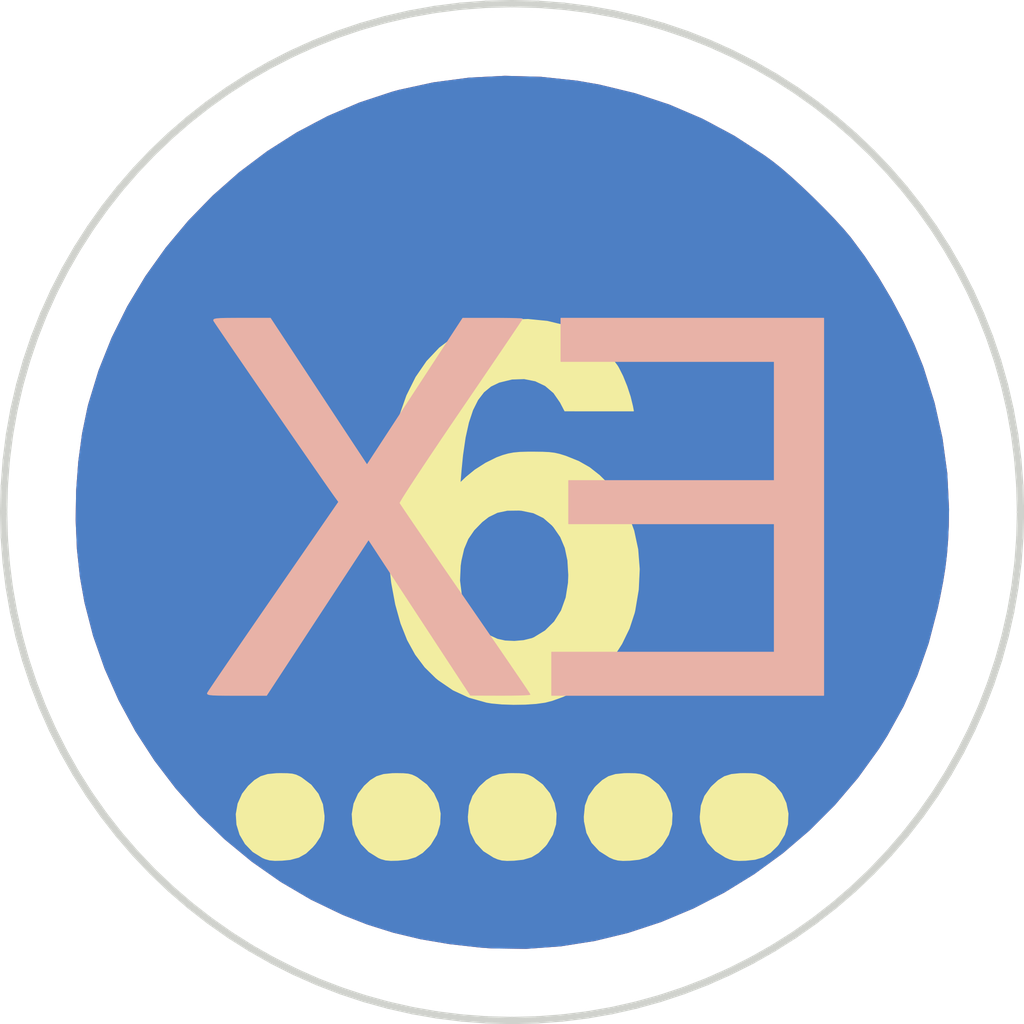
<source format=kicad_pcb>
(kicad_pcb (version 20171130) (host pcbnew 5.1.5+dfsg1-2build2)

  (general
    (thickness 1.6)
    (drawings 130)
    (tracks 0)
    (zones 0)
    (modules 4)
    (nets 1)
  )

  (page A4)
  (layers
    (0 F.Cu signal)
    (31 B.Cu signal)
    (32 B.Adhes user)
    (33 F.Adhes user)
    (34 B.Paste user)
    (35 F.Paste user)
    (36 B.SilkS user)
    (37 F.SilkS user)
    (38 B.Mask user)
    (39 F.Mask user)
    (40 Dwgs.User user)
    (41 Cmts.User user)
    (42 Eco1.User user)
    (43 Eco2.User user)
    (44 Edge.Cuts user)
    (45 Margin user)
    (46 B.CrtYd user)
    (47 F.CrtYd user)
    (48 B.Fab user)
    (49 F.Fab user)
  )

  (setup
    (last_trace_width 0.25)
    (trace_clearance 0.2)
    (zone_clearance 0.508)
    (zone_45_only no)
    (trace_min 0.2)
    (via_size 0.6)
    (via_drill 0.4)
    (via_min_size 0.4)
    (via_min_drill 0.3)
    (uvia_size 0.3)
    (uvia_drill 0.1)
    (uvias_allowed no)
    (uvia_min_size 0.2)
    (uvia_min_drill 0.1)
    (edge_width 0.15)
    (segment_width 0.2)
    (pcb_text_width 0.3)
    (pcb_text_size 1.5 1.5)
    (mod_edge_width 0.15)
    (mod_text_size 1 1)
    (mod_text_width 0.15)
    (pad_size 1.524 1.524)
    (pad_drill 0.762)
    (pad_to_mask_clearance 0.2)
    (aux_axis_origin 0 0)
    (visible_elements FFFFFF7F)
    (pcbplotparams
      (layerselection 0x010f0_ffffffff)
      (usegerberextensions false)
      (usegerberattributes false)
      (usegerberadvancedattributes false)
      (creategerberjobfile false)
      (excludeedgelayer true)
      (linewidth 0.100000)
      (plotframeref false)
      (viasonmask false)
      (mode 1)
      (useauxorigin false)
      (hpglpennumber 1)
      (hpglpenspeed 20)
      (hpglpendiameter 15.000000)
      (psnegative false)
      (psa4output false)
      (plotreference true)
      (plotvalue true)
      (plotinvisibletext false)
      (padsonsilk false)
      (subtractmaskfromsilk false)
      (outputformat 1)
      (mirror false)
      (drillshape 0)
      (scaleselection 1)
      (outputdirectory "gerbers/"))
  )

  (net 0 "")

  (net_class Default "This is the default net class."
    (clearance 0.2)
    (trace_width 0.25)
    (via_dia 0.6)
    (via_drill 0.4)
    (uvia_dia 0.3)
    (uvia_drill 0.1)
  )

  (module LOGO (layer F.Cu) (tedit 0) (tstamp 0)
    (at 0 0)
    (fp_text reference G*** (at 0 0) (layer F.SilkS) hide
      (effects (font (size 1.524 1.524) (thickness 0.3)))
    )
    (fp_text value LOGO (at 0.75 0) (layer F.SilkS) hide
      (effects (font (size 1.524 1.524) (thickness 0.3)))
    )
    (fp_poly (pts (xy -0.653666 -7.004494) (xy -0.162131 -6.951857) (xy 0.140773 -6.899218) (xy 0.632356 -6.7803)
      (xy 1.103543 -6.624376) (xy 1.555081 -6.431115) (xy 1.987714 -6.200188) (xy 2.402189 -5.931265)
      (xy 2.517121 -5.847596) (xy 2.632039 -5.756094) (xy 2.766843 -5.639358) (xy 2.91418 -5.504559)
      (xy 3.066697 -5.35887) (xy 3.217042 -5.209461) (xy 3.357863 -5.063506) (xy 3.481806 -4.928175)
      (xy 3.581519 -4.810642) (xy 3.586157 -4.804833) (xy 3.775778 -4.549418) (xy 3.963274 -4.26484)
      (xy 4.142561 -3.96199) (xy 4.307555 -3.65176) (xy 4.45217 -3.345041) (xy 4.570323 -3.052724)
      (xy 4.580125 -3.025609) (xy 4.730615 -2.544491) (xy 4.838822 -2.061537) (xy 4.904741 -1.576771)
      (xy 4.928369 -1.090217) (xy 4.924731 -0.85725) (xy 4.914848 -0.654055) (xy 4.89975 -0.467549)
      (xy 4.8778 -0.285602) (xy 4.847362 -0.096088) (xy 4.806797 0.113122) (xy 4.771477 0.277882)
      (xy 4.649815 0.744356) (xy 4.495622 1.186067) (xy 4.307054 1.607414) (xy 4.082268 2.012792)
      (xy 3.971125 2.187669) (xy 3.683055 2.587251) (xy 3.365904 2.959808) (xy 3.022156 3.3041)
      (xy 2.654298 3.618885) (xy 2.264815 3.902924) (xy 1.856194 4.154977) (xy 1.43092 4.373801)
      (xy 0.991479 4.558158) (xy 0.540358 4.706807) (xy 0.080041 4.818506) (xy -0.386985 4.892017)
      (xy -0.858235 4.926097) (xy -1.331223 4.919508) (xy -1.481666 4.908682) (xy -1.907703 4.861149)
      (xy -2.303099 4.79385) (xy -2.675558 4.704961) (xy -3.032785 4.592656) (xy -3.364929 4.462672)
      (xy -3.800305 4.253803) (xy -4.216549 4.009815) (xy -4.611722 3.733205) (xy -4.983884 3.426467)
      (xy -5.331093 3.092095) (xy -5.65141 2.732584) (xy -5.942893 2.350428) (xy -6.203602 1.948123)
      (xy -6.431597 1.528164) (xy -6.624937 1.093044) (xy -6.781682 0.645258) (xy -6.899891 0.187301)
      (xy -6.962158 -0.161807) (xy -7.003273 -0.542992) (xy -7.020364 -0.940226) (xy -7.013929 -1.343269)
      (xy -6.984464 -1.741884) (xy -6.932467 -2.12583) (xy -6.858435 -2.48487) (xy -6.847158 -2.529416)
      (xy -6.706761 -2.989062) (xy -6.52836 -3.435037) (xy -6.314157 -3.865115) (xy -6.066356 -4.277068)
      (xy -5.787161 -4.668668) (xy -5.478776 -5.037688) (xy -5.143404 -5.3819) (xy -4.78325 -5.699076)
      (xy -4.400517 -5.986988) (xy -3.997409 -6.24341) (xy -3.576129 -6.466113) (xy -3.138882 -6.652869)
      (xy -2.687871 -6.801451) (xy -2.596289 -6.82637) (xy -2.124388 -6.92893) (xy -1.639908 -6.992895)
      (xy -1.147963 -7.018128) (xy -0.653666 -7.004494)) (layer B.Cu) (width 0.01))
  )

  (module LOGO (layer F.Cu) (tedit 0) (tstamp 0)
    (at 0 0)
    (fp_text reference G*** (at 0 0) (layer F.SilkS) hide
      (effects (font (size 1.524 1.524) (thickness 0.3)))
    )
    (fp_text value LOGO (at 0.75 0) (layer F.SilkS) hide
      (effects (font (size 1.524 1.524) (thickness 0.3)))
    )
    (fp_poly (pts (xy -3.881803 -2.979208) (xy -3.769704 -2.808904) (xy -3.657291 -2.638166) (xy -3.548422 -2.472849)
      (xy -3.446952 -2.318808) (xy -3.356738 -2.181898) (xy -3.281638 -2.067975) (xy -3.225508 -1.982891)
      (xy -3.22047 -1.975261) (xy -3.036258 -1.696272) (xy -2.380671 -2.699967) (xy -1.725083 -3.703662)
      (xy -1.317625 -3.703914) (xy -1.191524 -3.703534) (xy -1.081289 -3.702326) (xy -0.993379 -3.700434)
      (xy -0.934253 -3.698) (xy -0.910368 -3.695168) (xy -0.910166 -3.694875) (xy -0.921789 -3.676298)
      (xy -0.955391 -3.625566) (xy -1.009077 -3.545482) (xy -1.080949 -3.438849) (xy -1.16911 -3.308469)
      (xy -1.271664 -3.157144) (xy -1.386713 -2.987679) (xy -1.512361 -2.802874) (xy -1.64671 -2.605532)
      (xy -1.757771 -2.442584) (xy -1.8976 -2.236953) (xy -2.029951 -2.041207) (xy -2.152944 -1.858193)
      (xy -2.264703 -1.690758) (xy -2.363351 -1.541749) (xy -2.447009 -1.414012) (xy -2.513799 -1.310396)
      (xy -2.561846 -1.233746) (xy -2.58927 -1.186909) (xy -2.595131 -1.172887) (xy -2.581718 -1.151526)
      (xy -2.546135 -1.098124) (xy -2.490285 -1.015466) (xy -2.41607 -0.906333) (xy -2.325393 -0.773508)
      (xy -2.220156 -0.619775) (xy -2.102261 -0.447915) (xy -1.973612 -0.260713) (xy -1.83611 -0.06095)
      (xy -1.69461 0.144313) (xy -1.550586 0.353251) (xy -1.413787 0.552038) (xy -1.286086 0.737931)
      (xy -1.169357 0.908185) (xy -1.065473 1.060057) (xy -0.97631 1.190805) (xy -0.90374 1.297683)
      (xy -0.849638 1.37795) (xy -0.815878 1.428861) (xy -0.804333 1.447658) (xy -0.824422 1.451581)
      (xy -0.880385 1.454914) (xy -0.965762 1.457468) (xy -1.074095 1.459056) (xy -1.198925 1.459492)
      (xy -1.211791 1.459466) (xy -1.61925 1.458432) (xy -2.317326 0.393258) (xy -3.015403 -0.671916)
      (xy -3.280695 -0.267166) (xy -3.357757 -0.149561) (xy -3.452895 -0.004318) (xy -3.561008 0.160773)
      (xy -3.676997 0.337925) (xy -3.795763 0.519349) (xy -3.912204 0.697255) (xy -3.978813 0.799042)
      (xy -4.41164 1.4605) (xy -4.822168 1.4605) (xy -4.964681 1.460147) (xy -5.069988 1.458812)
      (xy -5.143212 1.456084) (xy -5.189477 1.451551) (xy -5.213907 1.444802) (xy -5.221624 1.435425)
      (xy -5.220417 1.428503) (xy -5.206664 1.406274) (xy -5.170735 1.352024) (xy -5.114537 1.268548)
      (xy -5.039978 1.158639) (xy -4.948966 1.025093) (xy -4.843407 0.870703) (xy -4.72521 0.698263)
      (xy -4.596281 0.510568) (xy -4.45853 0.310412) (xy -4.315997 0.103682) (xy -3.423854 -1.189142)
      (xy -3.465009 -1.245446) (xy -3.498038 -1.291618) (xy -3.550638 -1.366402) (xy -3.620429 -1.466342)
      (xy -3.705031 -1.587982) (xy -3.802064 -1.727866) (xy -3.909147 -1.882539) (xy -4.023902 -2.048545)
      (xy -4.143948 -2.222428) (xy -4.266906 -2.400733) (xy -4.390394 -2.580004) (xy -4.512034 -2.756785)
      (xy -4.629446 -2.927621) (xy -4.740249 -3.089057) (xy -4.842063 -3.237635) (xy -4.932509 -3.369902)
      (xy -5.009207 -3.482401) (xy -5.069777 -3.571676) (xy -5.111838 -3.634272) (xy -5.133011 -3.666733)
      (xy -5.135048 -3.670338) (xy -5.135874 -3.682246) (xy -5.124353 -3.691011) (xy -5.095182 -3.697103)
      (xy -5.043058 -3.700992) (xy -4.962678 -3.703148) (xy -4.848741 -3.704041) (xy -4.753476 -3.704166)
      (xy -4.358923 -3.704166) (xy -3.881803 -2.979208)) (layer B.SilkS) (width 0.01))
    (fp_poly (pts (xy 3.217334 1.4605) (xy -0.508 1.4605) (xy -0.508 0.867834) (xy 2.54 0.867834)
      (xy 2.54 -0.889) (xy -0.275166 -0.889) (xy -0.275166 -1.481666) (xy 2.54 -1.481666)
      (xy 2.54 -3.1115) (xy -0.381 -3.1115) (xy -0.381 -3.704166) (xy 3.217334 -3.704166)
      (xy 3.217334 1.4605)) (layer B.SilkS) (width 0.01))
  )

  (module LOGO (layer F.Cu) (tedit 0) (tstamp 0)
    (at 0 0)
    (fp_text reference G*** (at 0 0) (layer F.SilkS) hide
      (effects (font (size 1.524 1.524) (thickness 0.3)))
    )
    (fp_text value LOGO (at 0.75 0) (layer F.SilkS) hide
      (effects (font (size 1.524 1.524) (thickness 0.3)))
    )
    (fp_poly (pts (xy -0.653666 -7.004494) (xy -0.162131 -6.951857) (xy 0.140773 -6.899218) (xy 0.632356 -6.7803)
      (xy 1.103543 -6.624376) (xy 1.555081 -6.431115) (xy 1.987714 -6.200188) (xy 2.402189 -5.931265)
      (xy 2.517121 -5.847596) (xy 2.632039 -5.756094) (xy 2.766843 -5.639358) (xy 2.91418 -5.504559)
      (xy 3.066697 -5.35887) (xy 3.217042 -5.209461) (xy 3.357863 -5.063506) (xy 3.481806 -4.928175)
      (xy 3.581519 -4.810642) (xy 3.586157 -4.804833) (xy 3.775778 -4.549418) (xy 3.963274 -4.26484)
      (xy 4.142561 -3.96199) (xy 4.307555 -3.65176) (xy 4.45217 -3.345041) (xy 4.570323 -3.052724)
      (xy 4.580125 -3.025609) (xy 4.730615 -2.544491) (xy 4.838822 -2.061537) (xy 4.904741 -1.576771)
      (xy 4.928369 -1.090217) (xy 4.924731 -0.85725) (xy 4.914848 -0.654055) (xy 4.89975 -0.467549)
      (xy 4.8778 -0.285602) (xy 4.847362 -0.096088) (xy 4.806797 0.113122) (xy 4.771477 0.277882)
      (xy 4.649815 0.744356) (xy 4.495622 1.186067) (xy 4.307054 1.607414) (xy 4.082268 2.012792)
      (xy 3.971125 2.187669) (xy 3.683055 2.587251) (xy 3.365904 2.959808) (xy 3.022156 3.3041)
      (xy 2.654298 3.618885) (xy 2.264815 3.902924) (xy 1.856194 4.154977) (xy 1.43092 4.373801)
      (xy 0.991479 4.558158) (xy 0.540358 4.706807) (xy 0.080041 4.818506) (xy -0.386985 4.892017)
      (xy -0.858235 4.926097) (xy -1.331223 4.919508) (xy -1.481666 4.908682) (xy -1.907703 4.861149)
      (xy -2.303099 4.79385) (xy -2.675558 4.704961) (xy -3.032785 4.592656) (xy -3.364929 4.462672)
      (xy -3.800305 4.253803) (xy -4.216549 4.009815) (xy -4.611722 3.733205) (xy -4.983884 3.426467)
      (xy -5.331093 3.092095) (xy -5.65141 2.732584) (xy -5.942893 2.350428) (xy -6.203602 1.948123)
      (xy -6.431597 1.528164) (xy -6.624937 1.093044) (xy -6.781682 0.645258) (xy -6.899891 0.187301)
      (xy -6.962158 -0.161807) (xy -7.003273 -0.542992) (xy -7.020364 -0.940226) (xy -7.013929 -1.343269)
      (xy -6.984464 -1.741884) (xy -6.932467 -2.12583) (xy -6.858435 -2.48487) (xy -6.847158 -2.529416)
      (xy -6.706761 -2.989062) (xy -6.52836 -3.435037) (xy -6.314157 -3.865115) (xy -6.066356 -4.277068)
      (xy -5.787161 -4.668668) (xy -5.478776 -5.037688) (xy -5.143404 -5.3819) (xy -4.78325 -5.699076)
      (xy -4.400517 -5.986988) (xy -3.997409 -6.24341) (xy -3.576129 -6.466113) (xy -3.138882 -6.652869)
      (xy -2.687871 -6.801451) (xy -2.596289 -6.82637) (xy -2.124388 -6.92893) (xy -1.639908 -6.992895)
      (xy -1.147963 -7.018128) (xy -0.653666 -7.004494)) (layer F.Cu) (width 0.01))
  )

  (module LOGO (layer F.Cu) (tedit 0) (tstamp 0)
    (at 0 0)
    (fp_text reference G*** (at 0 0) (layer F.SilkS) hide
      (effects (font (size 1.524 1.524) (thickness 0.3)))
    )
    (fp_text value LOGO (at 0.75 0) (layer F.SilkS) hide
      (effects (font (size 1.524 1.524) (thickness 0.3)))
    )
    (fp_poly (pts (xy -4.126661 2.530912) (xy -4.059409 2.536921) (xy -4.007541 2.550288) (xy -3.957607 2.573707)
      (xy -3.933485 2.587476) (xy -3.801241 2.68745) (xy -3.704359 2.809856) (xy -3.644276 2.951974)
      (xy -3.622428 3.111088) (xy -3.624249 3.172709) (xy -3.641555 3.293845) (xy -3.678649 3.394207)
      (xy -3.742708 3.490261) (xy -3.783295 3.537631) (xy -3.873901 3.622) (xy -3.97165 3.677227)
      (xy -4.088148 3.708351) (xy -4.201583 3.719234) (xy -4.298754 3.721154) (xy -4.369511 3.714899)
      (xy -4.429338 3.69833) (xy -4.466166 3.682671) (xy -4.599179 3.599789) (xy -4.703146 3.492299)
      (xy -4.776801 3.366574) (xy -4.818879 3.228989) (xy -4.828116 3.085916) (xy -4.803245 2.943729)
      (xy -4.743002 2.808802) (xy -4.6608 2.702248) (xy -4.574841 2.623069) (xy -4.490811 2.571374)
      (xy -4.396049 2.54217) (xy -4.277891 2.530467) (xy -4.22275 2.529569) (xy -4.126661 2.530912)) (layer F.SilkS) (width 0.01))
    (fp_poly (pts (xy -2.539161 2.530912) (xy -2.471909 2.536921) (xy -2.420041 2.550288) (xy -2.370107 2.573707)
      (xy -2.345985 2.587476) (xy -2.218597 2.684397) (xy -2.123189 2.802844) (xy -2.060841 2.936568)
      (xy -2.03263 3.079317) (xy -2.039637 3.224842) (xy -2.08294 3.36689) (xy -2.163618 3.499213)
      (xy -2.184334 3.523961) (xy -2.276163 3.613306) (xy -2.37227 3.672039) (xy -2.484791 3.705675)
      (xy -2.614083 3.719234) (xy -2.711254 3.721154) (xy -2.782011 3.714899) (xy -2.841838 3.69833)
      (xy -2.878666 3.682671) (xy -3.011679 3.599789) (xy -3.115646 3.492299) (xy -3.189301 3.366574)
      (xy -3.231379 3.228989) (xy -3.240616 3.085916) (xy -3.215745 2.943729) (xy -3.155502 2.808802)
      (xy -3.0733 2.702248) (xy -2.987341 2.623069) (xy -2.903311 2.571374) (xy -2.808549 2.54217)
      (xy -2.690391 2.530467) (xy -2.63525 2.529569) (xy -2.539161 2.530912)) (layer F.SilkS) (width 0.01))
    (fp_poly (pts (xy -0.951661 2.530912) (xy -0.884409 2.536921) (xy -0.832541 2.550288) (xy -0.782607 2.573707)
      (xy -0.758485 2.587476) (xy -0.631097 2.684397) (xy -0.535689 2.802844) (xy -0.473341 2.936568)
      (xy -0.44513 3.079317) (xy -0.452137 3.224842) (xy -0.49544 3.36689) (xy -0.576118 3.499213)
      (xy -0.596834 3.523961) (xy -0.688681 3.613292) (xy -0.78491 3.672072) (xy -0.897642 3.705815)
      (xy -1.026583 3.7195) (xy -1.1202 3.721825) (xy -1.187881 3.716528) (xy -1.245708 3.701113)
      (xy -1.302193 3.676732) (xy -1.440396 3.589464) (xy -1.545066 3.476921) (xy -1.614674 3.341539)
      (xy -1.647693 3.185754) (xy -1.650328 3.122084) (xy -1.635158 2.969944) (xy -1.587822 2.839844)
      (xy -1.504708 2.722571) (xy -1.4858 2.702248) (xy -1.399841 2.623069) (xy -1.315811 2.571374)
      (xy -1.221049 2.54217) (xy -1.102891 2.530467) (xy -1.04775 2.529569) (xy -0.951661 2.530912)) (layer F.SilkS) (width 0.01))
    (fp_poly (pts (xy 0.635839 2.530912) (xy 0.703091 2.536921) (xy 0.754959 2.550288) (xy 0.804893 2.573707)
      (xy 0.829015 2.587476) (xy 0.956403 2.684397) (xy 1.051811 2.802844) (xy 1.114159 2.936568)
      (xy 1.14237 3.079317) (xy 1.135363 3.224842) (xy 1.09206 3.36689) (xy 1.011382 3.499213)
      (xy 0.990666 3.523961) (xy 0.898819 3.613292) (xy 0.80259 3.672072) (xy 0.689858 3.705815)
      (xy 0.560917 3.7195) (xy 0.4673 3.721825) (xy 0.399619 3.716528) (xy 0.341792 3.701113)
      (xy 0.285307 3.676732) (xy 0.147104 3.589464) (xy 0.042434 3.476921) (xy -0.027174 3.341539)
      (xy -0.060193 3.185754) (xy -0.062828 3.122084) (xy -0.047658 2.969944) (xy -0.000322 2.839844)
      (xy 0.082792 2.722571) (xy 0.1017 2.702248) (xy 0.187659 2.623069) (xy 0.271689 2.571374)
      (xy 0.366451 2.54217) (xy 0.484609 2.530467) (xy 0.53975 2.529569) (xy 0.635839 2.530912)) (layer F.SilkS) (width 0.01))
    (fp_poly (pts (xy 2.223339 2.530912) (xy 2.290591 2.536921) (xy 2.342459 2.550288) (xy 2.392393 2.573707)
      (xy 2.416515 2.587476) (xy 2.543903 2.684397) (xy 2.639311 2.802844) (xy 2.701659 2.936568)
      (xy 2.72987 3.079317) (xy 2.722863 3.224842) (xy 2.67956 3.36689) (xy 2.598882 3.499213)
      (xy 2.578166 3.523961) (xy 2.486319 3.613292) (xy 2.39009 3.672072) (xy 2.277358 3.705815)
      (xy 2.148417 3.7195) (xy 2.0548 3.721825) (xy 1.987119 3.716528) (xy 1.929292 3.701113)
      (xy 1.872807 3.676732) (xy 1.734604 3.589464) (xy 1.629934 3.476921) (xy 1.560326 3.341539)
      (xy 1.527307 3.185754) (xy 1.524672 3.122084) (xy 1.539842 2.969944) (xy 1.587178 2.839844)
      (xy 1.670292 2.722571) (xy 1.6892 2.702248) (xy 1.775159 2.623069) (xy 1.859189 2.571374)
      (xy 1.953951 2.54217) (xy 2.072109 2.530467) (xy 2.12725 2.529569) (xy 2.223339 2.530912)) (layer F.SilkS) (width 0.01))
    (fp_poly (pts (xy -0.567318 -3.662346) (xy -0.325016 -3.603548) (xy -0.106323 -3.512603) (xy 0.087031 -3.390255)
      (xy 0.253316 -3.237245) (xy 0.390802 -3.054319) (xy 0.408 -3.025772) (xy 0.465884 -2.911097)
      (xy 0.52178 -2.772833) (xy 0.568909 -2.629454) (xy 0.599837 -2.502958) (xy 0.612775 -2.434166)
      (xy 0.142346 -2.434217) (xy -0.328083 -2.434267) (xy -0.389429 -2.55167) (xy -0.479558 -2.682001)
      (xy -0.594796 -2.780261) (xy -0.731186 -2.845153) (xy -0.884771 -2.875385) (xy -1.051594 -2.86966)
      (xy -1.227698 -2.826685) (xy -1.228852 -2.826286) (xy -1.340626 -2.772603) (xy -1.437177 -2.693104)
      (xy -1.519501 -2.585468) (xy -1.588591 -2.447376) (xy -1.645444 -2.276508) (xy -1.691056 -2.070545)
      (xy -1.72642 -1.827166) (xy -1.746772 -1.61925) (xy -1.760591 -1.449916) (xy -1.679337 -1.527211)
      (xy -1.55586 -1.627973) (xy -1.410053 -1.720802) (xy -1.259622 -1.795186) (xy -1.175629 -1.82624)
      (xy -1.101239 -1.847068) (xy -1.028416 -1.860717) (xy -0.945195 -1.868473) (xy -0.83961 -1.87162)
      (xy -0.751416 -1.871794) (xy -0.630696 -1.870265) (xy -0.540043 -1.865825) (xy -0.467208 -1.85683)
      (xy -0.399943 -1.841637) (xy -0.326001 -1.8186) (xy -0.30712 -1.812143) (xy -0.136431 -1.743085)
      (xy 0.010273 -1.659316) (xy 0.146581 -1.551921) (xy 0.259944 -1.440171) (xy 0.410654 -1.249567)
      (xy 0.530113 -1.03335) (xy 0.617545 -0.79529) (xy 0.672175 -0.539157) (xy 0.69323 -0.268719)
      (xy 0.679932 0.012254) (xy 0.631509 0.299994) (xy 0.624135 0.331359) (xy 0.554879 0.54262)
      (xy 0.451956 0.754429) (xy 0.322362 0.955561) (xy 0.173094 1.134793) (xy 0.052917 1.247698)
      (xy -0.06077 1.328392) (xy -0.201251 1.40726) (xy -0.353329 1.477115) (xy -0.501804 1.530768)
      (xy -0.597066 1.555155) (xy -0.72093 1.572448) (xy -0.870572 1.582257) (xy -1.03135 1.584578)
      (xy -1.188621 1.579405) (xy -1.327741 1.566734) (xy -1.397 1.55541) (xy -1.638411 1.487751)
      (xy -1.856312 1.387052) (xy -2.057096 1.250239) (xy -2.093006 1.220613) (xy -2.243316 1.072697)
      (xy -2.372807 0.900467) (xy -2.482323 0.701598) (xy -2.57271 0.473762) (xy -2.644813 0.214635)
      (xy -2.699476 -0.078109) (xy -2.703386 -0.111873) (xy -1.767281 -0.111873) (xy -1.743437 0.079452)
      (xy -1.68896 0.254562) (xy -1.606093 0.409009) (xy -1.497078 0.538343) (xy -1.36416 0.638115)
      (xy -1.251325 0.690445) (xy -1.144623 0.713914) (xy -1.018549 0.719713) (xy -0.890851 0.708587)
      (xy -0.779274 0.681284) (xy -0.750032 0.669328) (xy -0.595958 0.575392) (xy -0.470787 0.45147)
      (xy -0.375567 0.299452) (xy -0.311345 0.121228) (xy -0.27917 -0.081311) (xy -0.275418 -0.187094)
      (xy -0.287172 -0.388155) (xy -0.323396 -0.55995) (xy -0.386336 -0.709244) (xy -0.478238 -0.842803)
      (xy -0.502282 -0.870431) (xy -0.619445 -0.972113) (xy -0.757013 -1.038784) (xy -0.918618 -1.072088)
      (xy -0.954298 -1.074899) (xy -1.115655 -1.073076) (xy -1.2515 -1.044375) (xy -1.371237 -0.985859)
      (xy -1.460338 -0.916876) (xy -1.57177 -0.802549) (xy -1.653424 -0.682874) (xy -1.710441 -0.547464)
      (xy -1.747961 -0.385937) (xy -1.758249 -0.314963) (xy -1.767281 -0.111873) (xy -2.703386 -0.111873)
      (xy -2.737544 -0.406797) (xy -2.750937 -0.590623) (xy -2.761661 -0.920673) (xy -2.755201 -1.252702)
      (xy -2.732354 -1.577811) (xy -2.693915 -1.887103) (xy -2.640682 -2.171682) (xy -2.592571 -2.359967)
      (xy -2.492229 -2.644916) (xy -2.366947 -2.896505) (xy -2.217231 -3.114281) (xy -2.043584 -3.297794)
      (xy -1.846511 -3.446593) (xy -1.626518 -3.560226) (xy -1.384107 -3.638242) (xy -1.119786 -3.680189)
      (xy -1.11583 -3.680527) (xy -0.8315 -3.688253) (xy -0.567318 -3.662346)) (layer F.SilkS) (width 0.01))
  )

  (gr_line (start 5.9113 -1.0498) (end 5.9028 -0.7046) (layer Edge.Cuts) (width 0.1))
  (gr_line (start 5.9028 -0.7046) (end 5.8774 -0.3618) (layer Edge.Cuts) (width 0.1))
  (gr_line (start 5.8774 -0.3618) (end 5.8351 -0.0219) (layer Edge.Cuts) (width 0.1))
  (gr_line (start 5.8351 -0.0219) (end 5.7764 0.3147) (layer Edge.Cuts) (width 0.1))
  (gr_line (start 5.7764 0.3147) (end 5.7014 0.647) (layer Edge.Cuts) (width 0.1))
  (gr_line (start 5.7014 0.647) (end 5.6105 0.9748) (layer Edge.Cuts) (width 0.1))
  (gr_line (start 5.6105 0.9748) (end 5.5037 1.2974) (layer Edge.Cuts) (width 0.1))
  (gr_line (start 5.5037 1.2974) (end 5.3814 1.6142) (layer Edge.Cuts) (width 0.1))
  (gr_line (start 5.3814 1.6142) (end 5.2439 1.9247) (layer Edge.Cuts) (width 0.1))
  (gr_line (start 5.2439 1.9247) (end 5.0913 2.2282) (layer Edge.Cuts) (width 0.1))
  (gr_line (start 5.0913 2.2282) (end 4.9239 2.5243) (layer Edge.Cuts) (width 0.1))
  (gr_line (start 4.9239 2.5243) (end 4.7418 2.8123) (layer Edge.Cuts) (width 0.1))
  (gr_line (start 4.7418 2.8123) (end 4.5454 3.0918) (layer Edge.Cuts) (width 0.1))
  (gr_line (start 4.5454 3.0918) (end 4.3349 3.362) (layer Edge.Cuts) (width 0.1))
  (gr_line (start 4.3349 3.362) (end 4.1105 3.6225) (layer Edge.Cuts) (width 0.1))
  (gr_line (start 4.1105 3.6225) (end 3.8725 3.8726) (layer Edge.Cuts) (width 0.1))
  (gr_line (start 3.8725 3.8726) (end 3.6223 4.1107) (layer Edge.Cuts) (width 0.1))
  (gr_line (start 3.6223 4.1107) (end 3.3619 4.335) (layer Edge.Cuts) (width 0.1))
  (gr_line (start 3.3619 4.335) (end 3.0916 4.5455) (layer Edge.Cuts) (width 0.1))
  (gr_line (start 3.0916 4.5455) (end 2.8122 4.742) (layer Edge.Cuts) (width 0.1))
  (gr_line (start 2.8122 4.742) (end 2.5241 4.924) (layer Edge.Cuts) (width 0.1))
  (gr_line (start 2.5241 4.924) (end 2.228 5.0915) (layer Edge.Cuts) (width 0.1))
  (gr_line (start 2.228 5.0915) (end 1.9245 5.2441) (layer Edge.Cuts) (width 0.1))
  (gr_line (start 1.9245 5.2441) (end 1.614 5.3816) (layer Edge.Cuts) (width 0.1))
  (gr_line (start 1.614 5.3816) (end 1.2973 5.5039) (layer Edge.Cuts) (width 0.1))
  (gr_line (start 1.2973 5.5039) (end 0.9746 5.6107) (layer Edge.Cuts) (width 0.1))
  (gr_line (start 0.9746 5.6107) (end 0.6469 5.7016) (layer Edge.Cuts) (width 0.1))
  (gr_line (start 0.6469 5.7016) (end 0.3145 5.7766) (layer Edge.Cuts) (width 0.1))
  (gr_line (start 0.3145 5.7766) (end -0.022 5.8353) (layer Edge.Cuts) (width 0.1))
  (gr_line (start -0.022 5.8353) (end -0.362 5.8775) (layer Edge.Cuts) (width 0.1))
  (gr_line (start -0.362 5.8775) (end -0.7047 5.903) (layer Edge.Cuts) (width 0.1))
  (gr_line (start -0.7047 5.903) (end -1.05 5.9115) (layer Edge.Cuts) (width 0.1))
  (gr_line (start -1.05 5.9115) (end -1.3952 5.903) (layer Edge.Cuts) (width 0.1))
  (gr_line (start -1.3952 5.903) (end -1.738 5.8775) (layer Edge.Cuts) (width 0.1))
  (gr_line (start -1.738 5.8775) (end -2.078 5.8353) (layer Edge.Cuts) (width 0.1))
  (gr_line (start -2.078 5.8353) (end -2.4144 5.7766) (layer Edge.Cuts) (width 0.1))
  (gr_line (start -2.4144 5.7766) (end -2.7468 5.7016) (layer Edge.Cuts) (width 0.1))
  (gr_line (start -2.7468 5.7016) (end -3.0746 5.6107) (layer Edge.Cuts) (width 0.1))
  (gr_line (start -3.0746 5.6107) (end -3.3972 5.5039) (layer Edge.Cuts) (width 0.1))
  (gr_line (start -3.3972 5.5039) (end -3.714 5.3816) (layer Edge.Cuts) (width 0.1))
  (gr_line (start -3.714 5.3816) (end -4.0244 5.2441) (layer Edge.Cuts) (width 0.1))
  (gr_line (start -4.0244 5.2441) (end -4.328 5.0915) (layer Edge.Cuts) (width 0.1))
  (gr_line (start -4.328 5.0915) (end -4.6241 4.924) (layer Edge.Cuts) (width 0.1))
  (gr_line (start -4.6241 4.924) (end -4.9122 4.742) (layer Edge.Cuts) (width 0.1))
  (gr_line (start -4.9122 4.742) (end -5.1915 4.5455) (layer Edge.Cuts) (width 0.1))
  (gr_line (start -5.1915 4.5455) (end -5.4618 4.335) (layer Edge.Cuts) (width 0.1))
  (gr_line (start -5.4618 4.335) (end -5.7222 4.1107) (layer Edge.Cuts) (width 0.1))
  (gr_line (start -5.7222 4.1107) (end -5.9724 3.8726) (layer Edge.Cuts) (width 0.1))
  (gr_line (start -5.9724 3.8726) (end -6.2104 3.6225) (layer Edge.Cuts) (width 0.1))
  (gr_line (start -6.2104 3.6225) (end -6.4349 3.362) (layer Edge.Cuts) (width 0.1))
  (gr_line (start -6.4349 3.362) (end -6.6453 3.0918) (layer Edge.Cuts) (width 0.1))
  (gr_line (start -6.6453 3.0918) (end -6.8417 2.8123) (layer Edge.Cuts) (width 0.1))
  (gr_line (start -6.8417 2.8123) (end -7.0238 2.5243) (layer Edge.Cuts) (width 0.1))
  (gr_line (start -7.0238 2.5243) (end -7.1912 2.2282) (layer Edge.Cuts) (width 0.1))
  (gr_line (start -7.1912 2.2282) (end -7.3438 1.9247) (layer Edge.Cuts) (width 0.1))
  (gr_line (start -7.3438 1.9247) (end -7.4814 1.6142) (layer Edge.Cuts) (width 0.1))
  (gr_line (start -7.4814 1.6142) (end -7.6036 1.2974) (layer Edge.Cuts) (width 0.1))
  (gr_line (start -7.6036 1.2974) (end -7.7104 0.9748) (layer Edge.Cuts) (width 0.1))
  (gr_line (start -7.7104 0.9748) (end -7.8014 0.647) (layer Edge.Cuts) (width 0.1))
  (gr_line (start -7.8014 0.647) (end -7.8763 0.3147) (layer Edge.Cuts) (width 0.1))
  (gr_line (start -7.8763 0.3147) (end -7.935 -0.0219) (layer Edge.Cuts) (width 0.1))
  (gr_line (start -7.935 -0.0219) (end -7.9773 -0.3618) (layer Edge.Cuts) (width 0.1))
  (gr_line (start -7.9773 -0.3618) (end -8.0028 -0.7046) (layer Edge.Cuts) (width 0.1))
  (gr_line (start -8.0028 -0.7046) (end -8.0113 -1.0498) (layer Edge.Cuts) (width 0.1))
  (gr_line (start -8.0113 -1.0498) (end -8.0023 -1.408) (layer Edge.Cuts) (width 0.1))
  (gr_line (start -8.0023 -1.408) (end -7.9754 -1.7615) (layer Edge.Cuts) (width 0.1))
  (gr_line (start -7.9754 -1.7615) (end -7.9312 -2.11) (layer Edge.Cuts) (width 0.1))
  (gr_line (start -7.9312 -2.11) (end -7.8699 -2.4527) (layer Edge.Cuts) (width 0.1))
  (gr_line (start -7.8699 -2.4527) (end -7.7922 -2.7895) (layer Edge.Cuts) (width 0.1))
  (gr_line (start -7.7922 -2.7895) (end -7.6984 -3.1199) (layer Edge.Cuts) (width 0.1))
  (gr_line (start -7.6984 -3.1199) (end -7.589 -3.4434) (layer Edge.Cuts) (width 0.1))
  (gr_line (start -7.589 -3.4434) (end -7.4643 -3.7594) (layer Edge.Cuts) (width 0.1))
  (gr_line (start -7.4643 -3.7594) (end -7.3249 -4.0679) (layer Edge.Cuts) (width 0.1))
  (gr_line (start -7.3249 -4.0679) (end -7.1711 -4.368) (layer Edge.Cuts) (width 0.1))
  (gr_line (start -7.1711 -4.368) (end -7.0035 -4.6595) (layer Edge.Cuts) (width 0.1))
  (gr_line (start -7.0035 -4.6595) (end -6.8224 -4.942) (layer Edge.Cuts) (width 0.1))
  (gr_line (start -6.8224 -4.942) (end -6.6284 -5.2149) (layer Edge.Cuts) (width 0.1))
  (gr_line (start -6.6284 -5.2149) (end -6.4217 -5.4779) (layer Edge.Cuts) (width 0.1))
  (gr_line (start -6.4217 -5.4779) (end -6.2029 -5.7305) (layer Edge.Cuts) (width 0.1))
  (gr_line (start -6.2029 -5.7305) (end -5.9724 -5.9722) (layer Edge.Cuts) (width 0.1))
  (gr_line (start -5.9724 -5.9722) (end -5.7306 -6.2027) (layer Edge.Cuts) (width 0.1))
  (gr_line (start -5.7306 -6.2027) (end -5.4781 -6.4215) (layer Edge.Cuts) (width 0.1))
  (gr_line (start -5.4781 -6.4215) (end -5.215 -6.6281) (layer Edge.Cuts) (width 0.1))
  (gr_line (start -5.215 -6.6281) (end -4.9422 -6.8222) (layer Edge.Cuts) (width 0.1))
  (gr_line (start -4.9422 -6.8222) (end -4.6597 -7.0034) (layer Edge.Cuts) (width 0.1))
  (gr_line (start -4.6597 -7.0034) (end -4.3682 -7.1709) (layer Edge.Cuts) (width 0.1))
  (gr_line (start -4.3682 -7.1709) (end -4.068 -7.3247) (layer Edge.Cuts) (width 0.1))
  (gr_line (start -4.068 -7.3247) (end -3.7597 -7.4641) (layer Edge.Cuts) (width 0.1))
  (gr_line (start -3.7597 -7.4641) (end -3.4436 -7.5888) (layer Edge.Cuts) (width 0.1))
  (gr_line (start -3.4436 -7.5888) (end -3.1201 -7.6981) (layer Edge.Cuts) (width 0.1))
  (gr_line (start -3.1201 -7.6981) (end -2.7897 -7.792) (layer Edge.Cuts) (width 0.1))
  (gr_line (start -2.7897 -7.792) (end -2.453 -7.8697) (layer Edge.Cuts) (width 0.1))
  (gr_line (start -2.453 -7.8697) (end -2.1102 -7.9309) (layer Edge.Cuts) (width 0.1))
  (gr_line (start -2.1102 -7.9309) (end -1.7617 -7.9752) (layer Edge.Cuts) (width 0.1))
  (gr_line (start -1.7617 -7.9752) (end -1.4083 -8.0021) (layer Edge.Cuts) (width 0.1))
  (gr_line (start -1.4083 -8.0021) (end -1.05 -8.0111) (layer Edge.Cuts) (width 0.1))
  (gr_line (start -1.05 -8.0111) (end -0.6917 -8.0021) (layer Edge.Cuts) (width 0.1))
  (gr_line (start -0.6917 -8.0021) (end -0.3383 -7.9752) (layer Edge.Cuts) (width 0.1))
  (gr_line (start -0.3383 -7.9752) (end 0.0102 -7.9309) (layer Edge.Cuts) (width 0.1))
  (gr_line (start 0.0102 -7.9309) (end 0.353 -7.8697) (layer Edge.Cuts) (width 0.1))
  (gr_line (start 0.353 -7.8697) (end 0.6898 -7.792) (layer Edge.Cuts) (width 0.1))
  (gr_line (start 0.6898 -7.792) (end 1.0201 -7.6981) (layer Edge.Cuts) (width 0.1))
  (gr_line (start 1.0201 -7.6981) (end 1.3436 -7.5888) (layer Edge.Cuts) (width 0.1))
  (gr_line (start 1.3436 -7.5888) (end 1.6597 -7.4641) (layer Edge.Cuts) (width 0.1))
  (gr_line (start 1.6597 -7.4641) (end 1.968 -7.3247) (layer Edge.Cuts) (width 0.1))
  (gr_line (start 1.968 -7.3247) (end 2.2682 -7.1709) (layer Edge.Cuts) (width 0.1))
  (gr_line (start 2.2682 -7.1709) (end 2.5598 -7.0034) (layer Edge.Cuts) (width 0.1))
  (gr_line (start 2.5598 -7.0034) (end 2.8422 -6.8222) (layer Edge.Cuts) (width 0.1))
  (gr_line (start 2.8422 -6.8222) (end 3.1151 -6.6281) (layer Edge.Cuts) (width 0.1))
  (gr_line (start 3.1151 -6.6281) (end 3.3781 -6.4215) (layer Edge.Cuts) (width 0.1))
  (gr_line (start 3.3781 -6.4215) (end 3.6306 -6.2027) (layer Edge.Cuts) (width 0.1))
  (gr_line (start 3.6306 -6.2027) (end 3.8725 -5.9722) (layer Edge.Cuts) (width 0.1))
  (gr_line (start 3.8725 -5.9722) (end 4.1029 -5.7305) (layer Edge.Cuts) (width 0.1))
  (gr_line (start 4.1029 -5.7305) (end 4.3218 -5.4779) (layer Edge.Cuts) (width 0.1))
  (gr_line (start 4.3218 -5.4779) (end 4.5284 -5.2149) (layer Edge.Cuts) (width 0.1))
  (gr_line (start 4.5284 -5.2149) (end 4.7225 -4.942) (layer Edge.Cuts) (width 0.1))
  (gr_line (start 4.7225 -4.942) (end 4.9035 -4.6595) (layer Edge.Cuts) (width 0.1))
  (gr_line (start 4.9035 -4.6595) (end 5.0712 -4.368) (layer Edge.Cuts) (width 0.1))
  (gr_line (start 5.0712 -4.368) (end 5.2249 -4.0679) (layer Edge.Cuts) (width 0.1))
  (gr_line (start 5.2249 -4.0679) (end 5.3643 -3.7594) (layer Edge.Cuts) (width 0.1))
  (gr_line (start 5.3643 -3.7594) (end 5.489 -3.4434) (layer Edge.Cuts) (width 0.1))
  (gr_line (start 5.489 -3.4434) (end 5.5984 -3.1199) (layer Edge.Cuts) (width 0.1))
  (gr_line (start 5.5984 -3.1199) (end 5.6922 -2.7895) (layer Edge.Cuts) (width 0.1))
  (gr_line (start 5.6922 -2.7895) (end 5.7699 -2.4527) (layer Edge.Cuts) (width 0.1))
  (gr_line (start 5.7699 -2.4527) (end 5.8312 -2.11) (layer Edge.Cuts) (width 0.1))
  (gr_line (start 5.8312 -2.11) (end 5.8754 -1.7615) (layer Edge.Cuts) (width 0.1))
  (gr_line (start 5.8754 -1.7615) (end 5.9023 -1.408) (layer Edge.Cuts) (width 0.1))
  (gr_line (start 5.9023 -1.408) (end 5.9113 -1.0498) (layer Edge.Cuts) (width 0.1))
  (gr_line (start 5.9113 -1.0498) (end 5.9113 -1.0498) (layer Edge.Cuts) (width 0.1))
  (gr_line (start 5.9113 -1.0498) (end 5.9113 -1.0498) (layer Edge.Cuts) (width 0.1))

)

</source>
